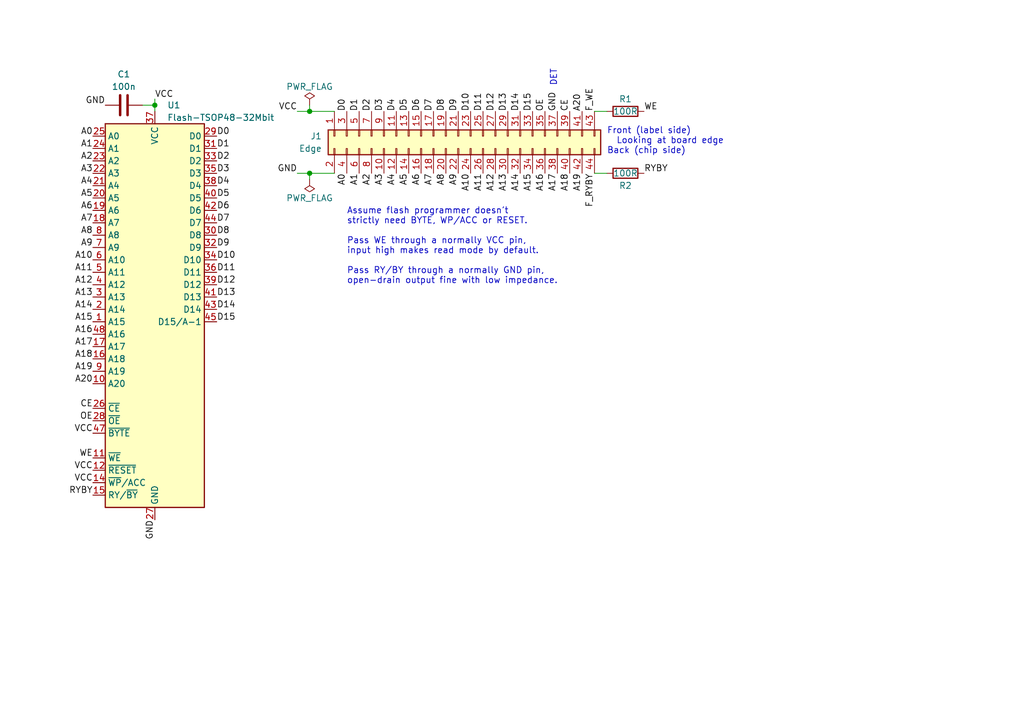
<source format=kicad_sch>
(kicad_sch (version 20230121) (generator eeschema)

  (uuid 939b13e1-9e7b-4227-8e2f-873544ba0a76)

  (paper "A5")

  (lib_symbols
    (symbol "CartParts:Flash-TSOP48-32Mbit" (in_bom yes) (on_board yes)
      (property "Reference" "U" (at 2.54 43.18 0)
        (effects (font (size 1.27 1.27)) (justify left))
      )
      (property "Value" "Flash-TSOP48-32Mbit" (at 2.54 40.64 0)
        (effects (font (size 1.27 1.27)) (justify left))
      )
      (property "Footprint" "Package_SO:TSOP-I-48_18.4x12mm_P0.5mm" (at 19.05 46.99 0)
        (effects (font (size 1.27 1.27)) hide)
      )
      (property "Datasheet" "" (at 19.05 46.99 0)
        (effects (font (size 1.27 1.27)) hide)
      )
      (symbol "Flash-TSOP48-32Mbit_1_1"
        (rectangle (start -10.16 39.37) (end 10.16 -39.37)
          (stroke (width 0.254) (type default))
          (fill (type background))
        )
        (pin input line (at -12.7 -1.27 0) (length 2.54)
          (name "A15" (effects (font (size 1.27 1.27))))
          (number "1" (effects (font (size 1.27 1.27))))
        )
        (pin input line (at -12.7 -13.97 0) (length 2.54)
          (name "A20" (effects (font (size 1.27 1.27))))
          (number "10" (effects (font (size 1.27 1.27))))
        )
        (pin input line (at -12.7 -29.21 0) (length 2.54)
          (name "~{WE}" (effects (font (size 1.27 1.27))))
          (number "11" (effects (font (size 1.27 1.27))))
        )
        (pin input line (at -12.7 -31.75 0) (length 2.54)
          (name "~{RESET}" (effects (font (size 1.27 1.27))))
          (number "12" (effects (font (size 1.27 1.27))))
        )
        (pin input line (at -12.7 -34.29 0) (length 2.54)
          (name "~{WP}/ACC" (effects (font (size 1.27 1.27))))
          (number "14" (effects (font (size 1.27 1.27))))
        )
        (pin open_collector line (at -12.7 -36.83 0) (length 2.54)
          (name "RY/~{BY}" (effects (font (size 1.27 1.27))))
          (number "15" (effects (font (size 1.27 1.27))))
        )
        (pin input line (at -12.7 -8.89 0) (length 2.54)
          (name "A18" (effects (font (size 1.27 1.27))))
          (number "16" (effects (font (size 1.27 1.27))))
        )
        (pin input line (at -12.7 -6.35 0) (length 2.54)
          (name "A17" (effects (font (size 1.27 1.27))))
          (number "17" (effects (font (size 1.27 1.27))))
        )
        (pin input line (at -12.7 19.05 0) (length 2.54)
          (name "A7" (effects (font (size 1.27 1.27))))
          (number "18" (effects (font (size 1.27 1.27))))
        )
        (pin input line (at -12.7 21.59 0) (length 2.54)
          (name "A6" (effects (font (size 1.27 1.27))))
          (number "19" (effects (font (size 1.27 1.27))))
        )
        (pin input line (at -12.7 1.27 0) (length 2.54)
          (name "A14" (effects (font (size 1.27 1.27))))
          (number "2" (effects (font (size 1.27 1.27))))
        )
        (pin input line (at -12.7 24.13 0) (length 2.54)
          (name "A5" (effects (font (size 1.27 1.27))))
          (number "20" (effects (font (size 1.27 1.27))))
        )
        (pin input line (at -12.7 26.67 0) (length 2.54)
          (name "A4" (effects (font (size 1.27 1.27))))
          (number "21" (effects (font (size 1.27 1.27))))
        )
        (pin input line (at -12.7 29.21 0) (length 2.54)
          (name "A3" (effects (font (size 1.27 1.27))))
          (number "22" (effects (font (size 1.27 1.27))))
        )
        (pin input line (at -12.7 31.75 0) (length 2.54)
          (name "A2" (effects (font (size 1.27 1.27))))
          (number "23" (effects (font (size 1.27 1.27))))
        )
        (pin input line (at -12.7 34.29 0) (length 2.54)
          (name "A1" (effects (font (size 1.27 1.27))))
          (number "24" (effects (font (size 1.27 1.27))))
        )
        (pin input line (at -12.7 36.83 0) (length 2.54)
          (name "A0" (effects (font (size 1.27 1.27))))
          (number "25" (effects (font (size 1.27 1.27))))
        )
        (pin input line (at -12.7 -19.05 0) (length 2.54)
          (name "~{CE}" (effects (font (size 1.27 1.27))))
          (number "26" (effects (font (size 1.27 1.27))))
        )
        (pin power_in line (at 0 -41.91 90) (length 2.54)
          (name "GND" (effects (font (size 1.27 1.27))))
          (number "27" (effects (font (size 1.27 1.27))))
        )
        (pin input line (at -12.7 -21.59 0) (length 2.54)
          (name "~{OE}" (effects (font (size 1.27 1.27))))
          (number "28" (effects (font (size 1.27 1.27))))
        )
        (pin output line (at 12.7 36.83 180) (length 2.54)
          (name "D0" (effects (font (size 1.27 1.27))))
          (number "29" (effects (font (size 1.27 1.27))))
        )
        (pin input line (at -12.7 3.81 0) (length 2.54)
          (name "A13" (effects (font (size 1.27 1.27))))
          (number "3" (effects (font (size 1.27 1.27))))
        )
        (pin output line (at 12.7 16.51 180) (length 2.54)
          (name "D8" (effects (font (size 1.27 1.27))))
          (number "30" (effects (font (size 1.27 1.27))))
        )
        (pin output line (at 12.7 34.29 180) (length 2.54)
          (name "D1" (effects (font (size 1.27 1.27))))
          (number "31" (effects (font (size 1.27 1.27))))
        )
        (pin output line (at 12.7 13.97 180) (length 2.54)
          (name "D9" (effects (font (size 1.27 1.27))))
          (number "32" (effects (font (size 1.27 1.27))))
        )
        (pin output line (at 12.7 31.75 180) (length 2.54)
          (name "D2" (effects (font (size 1.27 1.27))))
          (number "33" (effects (font (size 1.27 1.27))))
        )
        (pin output line (at 12.7 11.43 180) (length 2.54)
          (name "D10" (effects (font (size 1.27 1.27))))
          (number "34" (effects (font (size 1.27 1.27))))
        )
        (pin output line (at 12.7 29.21 180) (length 2.54)
          (name "D3" (effects (font (size 1.27 1.27))))
          (number "35" (effects (font (size 1.27 1.27))))
        )
        (pin output line (at 12.7 8.89 180) (length 2.54)
          (name "D11" (effects (font (size 1.27 1.27))))
          (number "36" (effects (font (size 1.27 1.27))))
        )
        (pin power_in line (at 0 41.91 270) (length 2.54)
          (name "VCC" (effects (font (size 1.27 1.27))))
          (number "37" (effects (font (size 1.27 1.27))))
        )
        (pin output line (at 12.7 26.67 180) (length 2.54)
          (name "D4" (effects (font (size 1.27 1.27))))
          (number "38" (effects (font (size 1.27 1.27))))
        )
        (pin output line (at 12.7 6.35 180) (length 2.54)
          (name "D12" (effects (font (size 1.27 1.27))))
          (number "39" (effects (font (size 1.27 1.27))))
        )
        (pin input line (at -12.7 6.35 0) (length 2.54)
          (name "A12" (effects (font (size 1.27 1.27))))
          (number "4" (effects (font (size 1.27 1.27))))
        )
        (pin output line (at 12.7 24.13 180) (length 2.54)
          (name "D5" (effects (font (size 1.27 1.27))))
          (number "40" (effects (font (size 1.27 1.27))))
        )
        (pin output line (at 12.7 3.81 180) (length 2.54)
          (name "D13" (effects (font (size 1.27 1.27))))
          (number "41" (effects (font (size 1.27 1.27))))
        )
        (pin output line (at 12.7 21.59 180) (length 2.54)
          (name "D6" (effects (font (size 1.27 1.27))))
          (number "42" (effects (font (size 1.27 1.27))))
        )
        (pin output line (at 12.7 1.27 180) (length 2.54)
          (name "D14" (effects (font (size 1.27 1.27))))
          (number "43" (effects (font (size 1.27 1.27))))
        )
        (pin output line (at 12.7 19.05 180) (length 2.54)
          (name "D7" (effects (font (size 1.27 1.27))))
          (number "44" (effects (font (size 1.27 1.27))))
        )
        (pin output line (at 12.7 -1.27 180) (length 2.54)
          (name "D15/A-1" (effects (font (size 1.27 1.27))))
          (number "45" (effects (font (size 1.27 1.27))))
        )
        (pin passive line (at 0 -41.91 90) (length 2.54) hide
          (name "GND" (effects (font (size 1.27 1.27))))
          (number "46" (effects (font (size 1.27 1.27))))
        )
        (pin input line (at -12.7 -24.13 0) (length 2.54)
          (name "~{BYTE}" (effects (font (size 1.27 1.27))))
          (number "47" (effects (font (size 1.27 1.27))))
        )
        (pin input line (at -12.7 -3.81 0) (length 2.54)
          (name "A16" (effects (font (size 1.27 1.27))))
          (number "48" (effects (font (size 1.27 1.27))))
        )
        (pin input line (at -12.7 8.89 0) (length 2.54)
          (name "A11" (effects (font (size 1.27 1.27))))
          (number "5" (effects (font (size 1.27 1.27))))
        )
        (pin input line (at -12.7 11.43 0) (length 2.54)
          (name "A10" (effects (font (size 1.27 1.27))))
          (number "6" (effects (font (size 1.27 1.27))))
        )
        (pin input line (at -12.7 13.97 0) (length 2.54)
          (name "A9" (effects (font (size 1.27 1.27))))
          (number "7" (effects (font (size 1.27 1.27))))
        )
        (pin input line (at -12.7 16.51 0) (length 2.54)
          (name "A8" (effects (font (size 1.27 1.27))))
          (number "8" (effects (font (size 1.27 1.27))))
        )
        (pin input line (at -12.7 -11.43 0) (length 2.54)
          (name "A19" (effects (font (size 1.27 1.27))))
          (number "9" (effects (font (size 1.27 1.27))))
        )
      )
    )
    (symbol "Connector_Generic:Conn_02x22_Odd_Even" (pin_names (offset 1.016) hide) (in_bom yes) (on_board yes)
      (property "Reference" "J" (at 1.27 27.94 0)
        (effects (font (size 1.27 1.27)))
      )
      (property "Value" "Conn_02x22_Odd_Even" (at 1.27 -30.48 0)
        (effects (font (size 1.27 1.27)))
      )
      (property "Footprint" "" (at 0 0 0)
        (effects (font (size 1.27 1.27)) hide)
      )
      (property "Datasheet" "~" (at 0 0 0)
        (effects (font (size 1.27 1.27)) hide)
      )
      (property "ki_keywords" "connector" (at 0 0 0)
        (effects (font (size 1.27 1.27)) hide)
      )
      (property "ki_description" "Generic connector, double row, 02x22, odd/even pin numbering scheme (row 1 odd numbers, row 2 even numbers), script generated (kicad-library-utils/schlib/autogen/connector/)" (at 0 0 0)
        (effects (font (size 1.27 1.27)) hide)
      )
      (property "ki_fp_filters" "Connector*:*_2x??_*" (at 0 0 0)
        (effects (font (size 1.27 1.27)) hide)
      )
      (symbol "Conn_02x22_Odd_Even_1_1"
        (rectangle (start -1.27 -27.813) (end 0 -28.067)
          (stroke (width 0.1524) (type default))
          (fill (type none))
        )
        (rectangle (start -1.27 -25.273) (end 0 -25.527)
          (stroke (width 0.1524) (type default))
          (fill (type none))
        )
        (rectangle (start -1.27 -22.733) (end 0 -22.987)
          (stroke (width 0.1524) (type default))
          (fill (type none))
        )
        (rectangle (start -1.27 -20.193) (end 0 -20.447)
          (stroke (width 0.1524) (type default))
          (fill (type none))
        )
        (rectangle (start -1.27 -17.653) (end 0 -17.907)
          (stroke (width 0.1524) (type default))
          (fill (type none))
        )
        (rectangle (start -1.27 -15.113) (end 0 -15.367)
          (stroke (width 0.1524) (type default))
          (fill (type none))
        )
        (rectangle (start -1.27 -12.573) (end 0 -12.827)
          (stroke (width 0.1524) (type default))
          (fill (type none))
        )
        (rectangle (start -1.27 -10.033) (end 0 -10.287)
          (stroke (width 0.1524) (type default))
          (fill (type none))
        )
        (rectangle (start -1.27 -7.493) (end 0 -7.747)
          (stroke (width 0.1524) (type default))
          (fill (type none))
        )
        (rectangle (start -1.27 -4.953) (end 0 -5.207)
          (stroke (width 0.1524) (type default))
          (fill (type none))
        )
        (rectangle (start -1.27 -2.413) (end 0 -2.667)
          (stroke (width 0.1524) (type default))
          (fill (type none))
        )
        (rectangle (start -1.27 0.127) (end 0 -0.127)
          (stroke (width 0.1524) (type default))
          (fill (type none))
        )
        (rectangle (start -1.27 2.667) (end 0 2.413)
          (stroke (width 0.1524) (type default))
          (fill (type none))
        )
        (rectangle (start -1.27 5.207) (end 0 4.953)
          (stroke (width 0.1524) (type default))
          (fill (type none))
        )
        (rectangle (start -1.27 7.747) (end 0 7.493)
          (stroke (width 0.1524) (type default))
          (fill (type none))
        )
        (rectangle (start -1.27 10.287) (end 0 10.033)
          (stroke (width 0.1524) (type default))
          (fill (type none))
        )
        (rectangle (start -1.27 12.827) (end 0 12.573)
          (stroke (width 0.1524) (type default))
          (fill (type none))
        )
        (rectangle (start -1.27 15.367) (end 0 15.113)
          (stroke (width 0.1524) (type default))
          (fill (type none))
        )
        (rectangle (start -1.27 17.907) (end 0 17.653)
          (stroke (width 0.1524) (type default))
          (fill (type none))
        )
        (rectangle (start -1.27 20.447) (end 0 20.193)
          (stroke (width 0.1524) (type default))
          (fill (type none))
        )
        (rectangle (start -1.27 22.987) (end 0 22.733)
          (stroke (width 0.1524) (type default))
          (fill (type none))
        )
        (rectangle (start -1.27 25.527) (end 0 25.273)
          (stroke (width 0.1524) (type default))
          (fill (type none))
        )
        (rectangle (start -1.27 26.67) (end 3.81 -29.21)
          (stroke (width 0.254) (type default))
          (fill (type background))
        )
        (rectangle (start 3.81 -27.813) (end 2.54 -28.067)
          (stroke (width 0.1524) (type default))
          (fill (type none))
        )
        (rectangle (start 3.81 -25.273) (end 2.54 -25.527)
          (stroke (width 0.1524) (type default))
          (fill (type none))
        )
        (rectangle (start 3.81 -22.733) (end 2.54 -22.987)
          (stroke (width 0.1524) (type default))
          (fill (type none))
        )
        (rectangle (start 3.81 -20.193) (end 2.54 -20.447)
          (stroke (width 0.1524) (type default))
          (fill (type none))
        )
        (rectangle (start 3.81 -17.653) (end 2.54 -17.907)
          (stroke (width 0.1524) (type default))
          (fill (type none))
        )
        (rectangle (start 3.81 -15.113) (end 2.54 -15.367)
          (stroke (width 0.1524) (type default))
          (fill (type none))
        )
        (rectangle (start 3.81 -12.573) (end 2.54 -12.827)
          (stroke (width 0.1524) (type default))
          (fill (type none))
        )
        (rectangle (start 3.81 -10.033) (end 2.54 -10.287)
          (stroke (width 0.1524) (type default))
          (fill (type none))
        )
        (rectangle (start 3.81 -7.493) (end 2.54 -7.747)
          (stroke (width 0.1524) (type default))
          (fill (type none))
        )
        (rectangle (start 3.81 -4.953) (end 2.54 -5.207)
          (stroke (width 0.1524) (type default))
          (fill (type none))
        )
        (rectangle (start 3.81 -2.413) (end 2.54 -2.667)
          (stroke (width 0.1524) (type default))
          (fill (type none))
        )
        (rectangle (start 3.81 0.127) (end 2.54 -0.127)
          (stroke (width 0.1524) (type default))
          (fill (type none))
        )
        (rectangle (start 3.81 2.667) (end 2.54 2.413)
          (stroke (width 0.1524) (type default))
          (fill (type none))
        )
        (rectangle (start 3.81 5.207) (end 2.54 4.953)
          (stroke (width 0.1524) (type default))
          (fill (type none))
        )
        (rectangle (start 3.81 7.747) (end 2.54 7.493)
          (stroke (width 0.1524) (type default))
          (fill (type none))
        )
        (rectangle (start 3.81 10.287) (end 2.54 10.033)
          (stroke (width 0.1524) (type default))
          (fill (type none))
        )
        (rectangle (start 3.81 12.827) (end 2.54 12.573)
          (stroke (width 0.1524) (type default))
          (fill (type none))
        )
        (rectangle (start 3.81 15.367) (end 2.54 15.113)
          (stroke (width 0.1524) (type default))
          (fill (type none))
        )
        (rectangle (start 3.81 17.907) (end 2.54 17.653)
          (stroke (width 0.1524) (type default))
          (fill (type none))
        )
        (rectangle (start 3.81 20.447) (end 2.54 20.193)
          (stroke (width 0.1524) (type default))
          (fill (type none))
        )
        (rectangle (start 3.81 22.987) (end 2.54 22.733)
          (stroke (width 0.1524) (type default))
          (fill (type none))
        )
        (rectangle (start 3.81 25.527) (end 2.54 25.273)
          (stroke (width 0.1524) (type default))
          (fill (type none))
        )
        (pin passive line (at -5.08 25.4 0) (length 3.81)
          (name "Pin_1" (effects (font (size 1.27 1.27))))
          (number "1" (effects (font (size 1.27 1.27))))
        )
        (pin passive line (at 7.62 15.24 180) (length 3.81)
          (name "Pin_10" (effects (font (size 1.27 1.27))))
          (number "10" (effects (font (size 1.27 1.27))))
        )
        (pin passive line (at -5.08 12.7 0) (length 3.81)
          (name "Pin_11" (effects (font (size 1.27 1.27))))
          (number "11" (effects (font (size 1.27 1.27))))
        )
        (pin passive line (at 7.62 12.7 180) (length 3.81)
          (name "Pin_12" (effects (font (size 1.27 1.27))))
          (number "12" (effects (font (size 1.27 1.27))))
        )
        (pin passive line (at -5.08 10.16 0) (length 3.81)
          (name "Pin_13" (effects (font (size 1.27 1.27))))
          (number "13" (effects (font (size 1.27 1.27))))
        )
        (pin passive line (at 7.62 10.16 180) (length 3.81)
          (name "Pin_14" (effects (font (size 1.27 1.27))))
          (number "14" (effects (font (size 1.27 1.27))))
        )
        (pin passive line (at -5.08 7.62 0) (length 3.81)
          (name "Pin_15" (effects (font (size 1.27 1.27))))
          (number "15" (effects (font (size 1.27 1.27))))
        )
        (pin passive line (at 7.62 7.62 180) (length 3.81)
          (name "Pin_16" (effects (font (size 1.27 1.27))))
          (number "16" (effects (font (size 1.27 1.27))))
        )
        (pin passive line (at -5.08 5.08 0) (length 3.81)
          (name "Pin_17" (effects (font (size 1.27 1.27))))
          (number "17" (effects (font (size 1.27 1.27))))
        )
        (pin passive line (at 7.62 5.08 180) (length 3.81)
          (name "Pin_18" (effects (font (size 1.27 1.27))))
          (number "18" (effects (font (size 1.27 1.27))))
        )
        (pin passive line (at -5.08 2.54 0) (length 3.81)
          (name "Pin_19" (effects (font (size 1.27 1.27))))
          (number "19" (effects (font (size 1.27 1.27))))
        )
        (pin passive line (at 7.62 25.4 180) (length 3.81)
          (name "Pin_2" (effects (font (size 1.27 1.27))))
          (number "2" (effects (font (size 1.27 1.27))))
        )
        (pin passive line (at 7.62 2.54 180) (length 3.81)
          (name "Pin_20" (effects (font (size 1.27 1.27))))
          (number "20" (effects (font (size 1.27 1.27))))
        )
        (pin passive line (at -5.08 0 0) (length 3.81)
          (name "Pin_21" (effects (font (size 1.27 1.27))))
          (number "21" (effects (font (size 1.27 1.27))))
        )
        (pin passive line (at 7.62 0 180) (length 3.81)
          (name "Pin_22" (effects (font (size 1.27 1.27))))
          (number "22" (effects (font (size 1.27 1.27))))
        )
        (pin passive line (at -5.08 -2.54 0) (length 3.81)
          (name "Pin_23" (effects (font (size 1.27 1.27))))
          (number "23" (effects (font (size 1.27 1.27))))
        )
        (pin passive line (at 7.62 -2.54 180) (length 3.81)
          (name "Pin_24" (effects (font (size 1.27 1.27))))
          (number "24" (effects (font (size 1.27 1.27))))
        )
        (pin passive line (at -5.08 -5.08 0) (length 3.81)
          (name "Pin_25" (effects (font (size 1.27 1.27))))
          (number "25" (effects (font (size 1.27 1.27))))
        )
        (pin passive line (at 7.62 -5.08 180) (length 3.81)
          (name "Pin_26" (effects (font (size 1.27 1.27))))
          (number "26" (effects (font (size 1.27 1.27))))
        )
        (pin passive line (at -5.08 -7.62 0) (length 3.81)
          (name "Pin_27" (effects (font (size 1.27 1.27))))
          (number "27" (effects (font (size 1.27 1.27))))
        )
        (pin passive line (at 7.62 -7.62 180) (length 3.81)
          (name "Pin_28" (effects (font (size 1.27 1.27))))
          (number "28" (effects (font (size 1.27 1.27))))
        )
        (pin passive line (at -5.08 -10.16 0) (length 3.81)
          (name "Pin_29" (effects (font (size 1.27 1.27))))
          (number "29" (effects (font (size 1.27 1.27))))
        )
        (pin passive line (at -5.08 22.86 0) (length 3.81)
          (name "Pin_3" (effects (font (size 1.27 1.27))))
          (number "3" (effects (font (size 1.27 1.27))))
        )
        (pin passive line (at 7.62 -10.16 180) (length 3.81)
          (name "Pin_30" (effects (font (size 1.27 1.27))))
          (number "30" (effects (font (size 1.27 1.27))))
        )
        (pin passive line (at -5.08 -12.7 0) (length 3.81)
          (name "Pin_31" (effects (font (size 1.27 1.27))))
          (number "31" (effects (font (size 1.27 1.27))))
        )
        (pin passive line (at 7.62 -12.7 180) (length 3.81)
          (name "Pin_32" (effects (font (size 1.27 1.27))))
          (number "32" (effects (font (size 1.27 1.27))))
        )
        (pin passive line (at -5.08 -15.24 0) (length 3.81)
          (name "Pin_33" (effects (font (size 1.27 1.27))))
          (number "33" (effects (font (size 1.27 1.27))))
        )
        (pin passive line (at 7.62 -15.24 180) (length 3.81)
          (name "Pin_34" (effects (font (size 1.27 1.27))))
          (number "34" (effects (font (size 1.27 1.27))))
        )
        (pin passive line (at -5.08 -17.78 0) (length 3.81)
          (name "Pin_35" (effects (font (size 1.27 1.27))))
          (number "35" (effects (font (size 1.27 1.27))))
        )
        (pin passive line (at 7.62 -17.78 180) (length 3.81)
          (name "Pin_36" (effects (font (size 1.27 1.27))))
          (number "36" (effects (font (size 1.27 1.27))))
        )
        (pin passive line (at -5.08 -20.32 0) (length 3.81)
          (name "Pin_37" (effects (font (size 1.27 1.27))))
          (number "37" (effects (font (size 1.27 1.27))))
        )
        (pin passive line (at 7.62 -20.32 180) (length 3.81)
          (name "Pin_38" (effects (font (size 1.27 1.27))))
          (number "38" (effects (font (size 1.27 1.27))))
        )
        (pin passive line (at -5.08 -22.86 0) (length 3.81)
          (name "Pin_39" (effects (font (size 1.27 1.27))))
          (number "39" (effects (font (size 1.27 1.27))))
        )
        (pin passive line (at 7.62 22.86 180) (length 3.81)
          (name "Pin_4" (effects (font (size 1.27 1.27))))
          (number "4" (effects (font (size 1.27 1.27))))
        )
        (pin passive line (at 7.62 -22.86 180) (length 3.81)
          (name "Pin_40" (effects (font (size 1.27 1.27))))
          (number "40" (effects (font (size 1.27 1.27))))
        )
        (pin passive line (at -5.08 -25.4 0) (length 3.81)
          (name "Pin_41" (effects (font (size 1.27 1.27))))
          (number "41" (effects (font (size 1.27 1.27))))
        )
        (pin passive line (at 7.62 -25.4 180) (length 3.81)
          (name "Pin_42" (effects (font (size 1.27 1.27))))
          (number "42" (effects (font (size 1.27 1.27))))
        )
        (pin passive line (at -5.08 -27.94 0) (length 3.81)
          (name "Pin_43" (effects (font (size 1.27 1.27))))
          (number "43" (effects (font (size 1.27 1.27))))
        )
        (pin passive line (at 7.62 -27.94 180) (length 3.81)
          (name "Pin_44" (effects (font (size 1.27 1.27))))
          (number "44" (effects (font (size 1.27 1.27))))
        )
        (pin passive line (at -5.08 20.32 0) (length 3.81)
          (name "Pin_5" (effects (font (size 1.27 1.27))))
          (number "5" (effects (font (size 1.27 1.27))))
        )
        (pin passive line (at 7.62 20.32 180) (length 3.81)
          (name "Pin_6" (effects (font (size 1.27 1.27))))
          (number "6" (effects (font (size 1.27 1.27))))
        )
        (pin passive line (at -5.08 17.78 0) (length 3.81)
          (name "Pin_7" (effects (font (size 1.27 1.27))))
          (number "7" (effects (font (size 1.27 1.27))))
        )
        (pin passive line (at 7.62 17.78 180) (length 3.81)
          (name "Pin_8" (effects (font (size 1.27 1.27))))
          (number "8" (effects (font (size 1.27 1.27))))
        )
        (pin passive line (at -5.08 15.24 0) (length 3.81)
          (name "Pin_9" (effects (font (size 1.27 1.27))))
          (number "9" (effects (font (size 1.27 1.27))))
        )
      )
    )
    (symbol "Device:C" (pin_numbers hide) (pin_names (offset 0.254)) (in_bom yes) (on_board yes)
      (property "Reference" "C" (at 0.635 2.54 0)
        (effects (font (size 1.27 1.27)) (justify left))
      )
      (property "Value" "C" (at 0.635 -2.54 0)
        (effects (font (size 1.27 1.27)) (justify left))
      )
      (property "Footprint" "" (at 0.9652 -3.81 0)
        (effects (font (size 1.27 1.27)) hide)
      )
      (property "Datasheet" "~" (at 0 0 0)
        (effects (font (size 1.27 1.27)) hide)
      )
      (property "ki_keywords" "cap capacitor" (at 0 0 0)
        (effects (font (size 1.27 1.27)) hide)
      )
      (property "ki_description" "Unpolarized capacitor" (at 0 0 0)
        (effects (font (size 1.27 1.27)) hide)
      )
      (property "ki_fp_filters" "C_*" (at 0 0 0)
        (effects (font (size 1.27 1.27)) hide)
      )
      (symbol "C_0_1"
        (polyline
          (pts
            (xy -2.032 -0.762)
            (xy 2.032 -0.762)
          )
          (stroke (width 0.508) (type default))
          (fill (type none))
        )
        (polyline
          (pts
            (xy -2.032 0.762)
            (xy 2.032 0.762)
          )
          (stroke (width 0.508) (type default))
          (fill (type none))
        )
      )
      (symbol "C_1_1"
        (pin passive line (at 0 3.81 270) (length 2.794)
          (name "~" (effects (font (size 1.27 1.27))))
          (number "1" (effects (font (size 1.27 1.27))))
        )
        (pin passive line (at 0 -3.81 90) (length 2.794)
          (name "~" (effects (font (size 1.27 1.27))))
          (number "2" (effects (font (size 1.27 1.27))))
        )
      )
    )
    (symbol "Device:R" (pin_numbers hide) (pin_names (offset 0)) (in_bom yes) (on_board yes)
      (property "Reference" "R" (at 2.032 0 90)
        (effects (font (size 1.27 1.27)))
      )
      (property "Value" "R" (at 0 0 90)
        (effects (font (size 1.27 1.27)))
      )
      (property "Footprint" "" (at -1.778 0 90)
        (effects (font (size 1.27 1.27)) hide)
      )
      (property "Datasheet" "~" (at 0 0 0)
        (effects (font (size 1.27 1.27)) hide)
      )
      (property "ki_keywords" "R res resistor" (at 0 0 0)
        (effects (font (size 1.27 1.27)) hide)
      )
      (property "ki_description" "Resistor" (at 0 0 0)
        (effects (font (size 1.27 1.27)) hide)
      )
      (property "ki_fp_filters" "R_*" (at 0 0 0)
        (effects (font (size 1.27 1.27)) hide)
      )
      (symbol "R_0_1"
        (rectangle (start -1.016 -2.54) (end 1.016 2.54)
          (stroke (width 0.254) (type default))
          (fill (type none))
        )
      )
      (symbol "R_1_1"
        (pin passive line (at 0 3.81 270) (length 1.27)
          (name "~" (effects (font (size 1.27 1.27))))
          (number "1" (effects (font (size 1.27 1.27))))
        )
        (pin passive line (at 0 -3.81 90) (length 1.27)
          (name "~" (effects (font (size 1.27 1.27))))
          (number "2" (effects (font (size 1.27 1.27))))
        )
      )
    )
    (symbol "power:PWR_FLAG" (power) (pin_numbers hide) (pin_names (offset 0) hide) (in_bom yes) (on_board yes)
      (property "Reference" "#FLG" (at 0 1.905 0)
        (effects (font (size 1.27 1.27)) hide)
      )
      (property "Value" "PWR_FLAG" (at 0 3.81 0)
        (effects (font (size 1.27 1.27)))
      )
      (property "Footprint" "" (at 0 0 0)
        (effects (font (size 1.27 1.27)) hide)
      )
      (property "Datasheet" "~" (at 0 0 0)
        (effects (font (size 1.27 1.27)) hide)
      )
      (property "ki_keywords" "flag power" (at 0 0 0)
        (effects (font (size 1.27 1.27)) hide)
      )
      (property "ki_description" "Special symbol for telling ERC where power comes from" (at 0 0 0)
        (effects (font (size 1.27 1.27)) hide)
      )
      (symbol "PWR_FLAG_0_0"
        (pin power_out line (at 0 0 90) (length 0)
          (name "pwr" (effects (font (size 1.27 1.27))))
          (number "1" (effects (font (size 1.27 1.27))))
        )
      )
      (symbol "PWR_FLAG_0_1"
        (polyline
          (pts
            (xy 0 0)
            (xy 0 1.27)
            (xy -1.016 1.905)
            (xy 0 2.54)
            (xy 1.016 1.905)
            (xy 0 1.27)
          )
          (stroke (width 0) (type default))
          (fill (type none))
        )
      )
    )
  )

  (junction (at 63.5 35.56) (diameter 0) (color 0 0 0 0)
    (uuid 21d040cc-82e0-4018-bf25-d0a942d23d8c)
  )
  (junction (at 31.75 21.59) (diameter 0) (color 0 0 0 0)
    (uuid ad580813-62a0-48cd-a362-004eaab66226)
  )
  (junction (at 63.5 22.86) (diameter 0) (color 0 0 0 0)
    (uuid b13eec0c-cbec-48ff-b449-be81c1a11934)
  )

  (wire (pts (xy 63.5 35.56) (xy 68.58 35.56))
    (stroke (width 0) (type default))
    (uuid 0effbdb1-9ed1-4ee6-8a0a-f70cda05b267)
  )
  (wire (pts (xy 60.96 35.56) (xy 63.5 35.56))
    (stroke (width 0) (type default))
    (uuid 1239197d-43ba-427c-91a7-04698035289c)
  )
  (wire (pts (xy 121.92 22.86) (xy 124.46 22.86))
    (stroke (width 0) (type default))
    (uuid 15910406-e04f-41e2-855f-a801422db5e3)
  )
  (wire (pts (xy 63.5 22.86) (xy 68.58 22.86))
    (stroke (width 0) (type default))
    (uuid 19180054-54c4-4eb6-b71b-6f4d8f2844ab)
  )
  (wire (pts (xy 63.5 36.83) (xy 63.5 35.56))
    (stroke (width 0) (type default))
    (uuid 216ddd59-5fab-4ddb-841f-259fe17e8d91)
  )
  (wire (pts (xy 121.92 35.56) (xy 124.46 35.56))
    (stroke (width 0) (type default))
    (uuid 23c2e75f-0b42-4351-832d-2573c9057b52)
  )
  (wire (pts (xy 31.75 21.59) (xy 29.21 21.59))
    (stroke (width 0) (type default))
    (uuid 32b8c456-22f2-449c-83ce-3c03911d3481)
  )
  (wire (pts (xy 31.75 20.32) (xy 31.75 21.59))
    (stroke (width 0) (type default))
    (uuid 7526ec70-2d9c-4dfe-bd90-3d19289b414a)
  )
  (wire (pts (xy 60.96 22.86) (xy 63.5 22.86))
    (stroke (width 0) (type default))
    (uuid 849fb977-bc20-4771-9ef0-c44fd9d9bbb4)
  )
  (wire (pts (xy 31.75 21.59) (xy 31.75 22.86))
    (stroke (width 0) (type default))
    (uuid e40794d6-ffde-4e1c-bc9f-d3e41eb92387)
  )
  (wire (pts (xy 63.5 21.59) (xy 63.5 22.86))
    (stroke (width 0) (type default))
    (uuid f72679f4-57d2-4f57-9e05-6f509c87302e)
  )

  (text "Assume flash programmer doesn't\nstrictly need BYTE, WP/ACC or RESET.\n\nPass WE through a normally VCC pin,\ninput high makes read mode by default.\n\nPass RY/BY through a normally GND pin,\nopen-drain output fine with low impedance."
    (at 71.12 58.42 0)
    (effects (font (size 1.27 1.27)) (justify left bottom))
    (uuid 6cfc35d7-5ef3-4ef3-a240-0d2c8d239ce3)
  )
  (text "DET" (at 114.3 17.78 90)
    (effects (font (size 1.27 1.27)) (justify left bottom))
    (uuid 746cc1a8-51c4-46a9-9288-a8865e5d5f40)
  )
  (text "Front (label side)\n  Looking at board edge\nBack (chip side)"
    (at 124.46 31.75 0)
    (effects (font (size 1.27 1.27)) (justify left bottom))
    (uuid e86871ea-5bb7-40c2-9b53-596cfedd76ed)
  )

  (label "D15" (at 44.45 66.04 0) (fields_autoplaced)
    (effects (font (size 1.27 1.27)) (justify left bottom))
    (uuid 007577e2-3afb-479a-9f73-8c4ef6c4f371)
  )
  (label "D3" (at 78.74 22.86 90) (fields_autoplaced)
    (effects (font (size 1.27 1.27)) (justify left bottom))
    (uuid 03c5a766-82dd-413a-a4c3-d97b6ff2723c)
  )
  (label "D8" (at 91.44 22.86 90) (fields_autoplaced)
    (effects (font (size 1.27 1.27)) (justify left bottom))
    (uuid 06553e41-0143-4e8c-9ddc-1760f92677cb)
  )
  (label "A1" (at 73.66 35.56 270) (fields_autoplaced)
    (effects (font (size 1.27 1.27)) (justify right bottom))
    (uuid 06625d71-8572-486e-bc2a-c2c5b4fa9b32)
  )
  (label "A20" (at 119.38 22.86 90) (fields_autoplaced)
    (effects (font (size 1.27 1.27)) (justify left bottom))
    (uuid 070f071d-ef5e-49d2-83bc-08c2397cd357)
  )
  (label "A3" (at 19.05 35.56 180) (fields_autoplaced)
    (effects (font (size 1.27 1.27)) (justify right bottom))
    (uuid 0a3c71fa-75ba-4e02-8259-a3eb0d92250b)
  )
  (label "D2" (at 76.2 22.86 90) (fields_autoplaced)
    (effects (font (size 1.27 1.27)) (justify left bottom))
    (uuid 0d835743-9579-4ebf-89d4-543f2e0a1190)
  )
  (label "A19" (at 119.38 35.56 270) (fields_autoplaced)
    (effects (font (size 1.27 1.27)) (justify right bottom))
    (uuid 0f1247fb-a35b-4f99-a9e4-e87a5794b646)
  )
  (label "D9" (at 44.45 50.8 0) (fields_autoplaced)
    (effects (font (size 1.27 1.27)) (justify left bottom))
    (uuid 1082d607-d832-470d-8f72-a15e542519e6)
  )
  (label "D8" (at 44.45 48.26 0) (fields_autoplaced)
    (effects (font (size 1.27 1.27)) (justify left bottom))
    (uuid 12aad728-cda5-45f6-8c4e-cce282a5a189)
  )
  (label "D7" (at 88.9 22.86 90) (fields_autoplaced)
    (effects (font (size 1.27 1.27)) (justify left bottom))
    (uuid 153b63e9-2683-4eb3-a502-7b1ed29e6a5b)
  )
  (label "A4" (at 19.05 38.1 180) (fields_autoplaced)
    (effects (font (size 1.27 1.27)) (justify right bottom))
    (uuid 16b4d1a5-1ef9-41ed-b3c7-82e6312234b7)
  )
  (label "A8" (at 91.44 35.56 270) (fields_autoplaced)
    (effects (font (size 1.27 1.27)) (justify right bottom))
    (uuid 1aee2e6f-f5bf-4e57-a5f9-9f23daa4d7f2)
  )
  (label "WE" (at 132.08 22.86 0) (fields_autoplaced)
    (effects (font (size 1.27 1.27)) (justify left bottom))
    (uuid 1d04e759-bf58-4c33-8bf9-6087a56d6b6d)
  )
  (label "D6" (at 44.45 43.18 0) (fields_autoplaced)
    (effects (font (size 1.27 1.27)) (justify left bottom))
    (uuid 1ee3cbc3-704a-4e16-a2d9-849fdac152dc)
  )
  (label "A1" (at 19.05 30.48 180) (fields_autoplaced)
    (effects (font (size 1.27 1.27)) (justify right bottom))
    (uuid 225bd2f3-32c6-4bcd-a1cf-88c473690c08)
  )
  (label "A5" (at 83.82 35.56 270) (fields_autoplaced)
    (effects (font (size 1.27 1.27)) (justify right bottom))
    (uuid 261bbd04-7e20-4fbe-8ca8-6b4ff1213a6a)
  )
  (label "A7" (at 19.05 45.72 180) (fields_autoplaced)
    (effects (font (size 1.27 1.27)) (justify right bottom))
    (uuid 26736ed9-c50f-4b30-bd1b-041f42ac3167)
  )
  (label "D4" (at 81.28 22.86 90) (fields_autoplaced)
    (effects (font (size 1.27 1.27)) (justify left bottom))
    (uuid 27ac2af6-7c58-4ac0-a099-dc77b76739c7)
  )
  (label "A6" (at 19.05 43.18 180) (fields_autoplaced)
    (effects (font (size 1.27 1.27)) (justify right bottom))
    (uuid 2951b7db-5715-41d1-a3c4-956288520b9c)
  )
  (label "D1" (at 73.66 22.86 90) (fields_autoplaced)
    (effects (font (size 1.27 1.27)) (justify left bottom))
    (uuid 2da83bd5-0b32-45bf-8ee9-3acc2abbf44f)
  )
  (label "A12" (at 19.05 58.42 180) (fields_autoplaced)
    (effects (font (size 1.27 1.27)) (justify right bottom))
    (uuid 2f32b570-f182-461a-bd3c-f76b35cd1f35)
  )
  (label "A16" (at 111.76 35.56 270) (fields_autoplaced)
    (effects (font (size 1.27 1.27)) (justify right bottom))
    (uuid 369a5e59-73f1-4ecd-98d6-114112b20011)
  )
  (label "VCC" (at 19.05 99.06 180) (fields_autoplaced)
    (effects (font (size 1.27 1.27)) (justify right bottom))
    (uuid 3a8a5699-4f6e-4f19-8085-fcdfccf49cba)
  )
  (label "A2" (at 19.05 33.02 180) (fields_autoplaced)
    (effects (font (size 1.27 1.27)) (justify right bottom))
    (uuid 3ab0b737-7362-4c27-9232-ece33ab98845)
  )
  (label "GND" (at 60.96 35.56 180) (fields_autoplaced)
    (effects (font (size 1.27 1.27)) (justify right bottom))
    (uuid 3eaeca2f-8a3e-4bf7-936e-0a73b917cb09)
  )
  (label "D10" (at 96.52 22.86 90) (fields_autoplaced)
    (effects (font (size 1.27 1.27)) (justify left bottom))
    (uuid 3fa8ee9b-5348-44f8-b055-8553aa64444d)
  )
  (label "A16" (at 19.05 68.58 180) (fields_autoplaced)
    (effects (font (size 1.27 1.27)) (justify right bottom))
    (uuid 41101096-d91a-4891-9d48-298c03cef77d)
  )
  (label "A19" (at 19.05 76.2 180) (fields_autoplaced)
    (effects (font (size 1.27 1.27)) (justify right bottom))
    (uuid 41fd4db3-a1d7-4a81-8160-9d774e1a3f14)
  )
  (label "A17" (at 114.3 35.56 270) (fields_autoplaced)
    (effects (font (size 1.27 1.27)) (justify right bottom))
    (uuid 425d2c1e-e300-4dc6-b70c-adf259e710c0)
  )
  (label "A5" (at 19.05 40.64 180) (fields_autoplaced)
    (effects (font (size 1.27 1.27)) (justify right bottom))
    (uuid 45388d09-f572-4ed1-95a8-8102c97d179e)
  )
  (label "F_RYBY" (at 121.92 35.56 270) (fields_autoplaced)
    (effects (font (size 1.27 1.27)) (justify right bottom))
    (uuid 4986c39b-c542-4e2c-a547-57084874e244)
  )
  (label "A3" (at 78.74 35.56 270) (fields_autoplaced)
    (effects (font (size 1.27 1.27)) (justify right bottom))
    (uuid 4a5f5645-e9e0-41ab-9484-8f59ff33aaf2)
  )
  (label "A18" (at 19.05 73.66 180) (fields_autoplaced)
    (effects (font (size 1.27 1.27)) (justify right bottom))
    (uuid 4f8ac14c-f0b0-4cd4-97c9-7e755932c79d)
  )
  (label "A13" (at 104.14 35.56 270) (fields_autoplaced)
    (effects (font (size 1.27 1.27)) (justify right bottom))
    (uuid 52bcd422-e434-449b-8475-ccca7cf68473)
  )
  (label "A8" (at 19.05 48.26 180) (fields_autoplaced)
    (effects (font (size 1.27 1.27)) (justify right bottom))
    (uuid 537f213f-6c2b-43b6-a936-354a60ad125c)
  )
  (label "D11" (at 99.06 22.86 90) (fields_autoplaced)
    (effects (font (size 1.27 1.27)) (justify left bottom))
    (uuid 58b90319-0161-46bb-82d0-cd80ba7335bb)
  )
  (label "A13" (at 19.05 60.96 180) (fields_autoplaced)
    (effects (font (size 1.27 1.27)) (justify right bottom))
    (uuid 593e117d-7c46-4eb9-a11e-05208de04c9b)
  )
  (label "D4" (at 44.45 38.1 0) (fields_autoplaced)
    (effects (font (size 1.27 1.27)) (justify left bottom))
    (uuid 5edce337-7b1a-49b7-956b-c8007bbd0aa7)
  )
  (label "A12" (at 101.6 35.56 270) (fields_autoplaced)
    (effects (font (size 1.27 1.27)) (justify right bottom))
    (uuid 605fa8f8-baba-473c-9a10-1f1b5a5a72a7)
  )
  (label "GND" (at 21.59 21.59 180) (fields_autoplaced)
    (effects (font (size 1.27 1.27)) (justify right bottom))
    (uuid 6285a887-da1e-4507-ad5e-2f096c79c710)
  )
  (label "D1" (at 44.45 30.48 0) (fields_autoplaced)
    (effects (font (size 1.27 1.27)) (justify left bottom))
    (uuid 628ced72-ed4c-4096-8cdb-69d503aab360)
  )
  (label "A17" (at 19.05 71.12 180) (fields_autoplaced)
    (effects (font (size 1.27 1.27)) (justify right bottom))
    (uuid 67adc43d-bf3f-4317-9032-ad2d352d11f6)
  )
  (label "A10" (at 96.52 35.56 270) (fields_autoplaced)
    (effects (font (size 1.27 1.27)) (justify right bottom))
    (uuid 699ce19f-edc7-456c-93e7-4c4533bb5ab5)
  )
  (label "D13" (at 104.14 22.86 90) (fields_autoplaced)
    (effects (font (size 1.27 1.27)) (justify left bottom))
    (uuid 6a261b20-8d23-4a15-aa6d-da73130a5a51)
  )
  (label "OE" (at 111.76 22.86 90) (fields_autoplaced)
    (effects (font (size 1.27 1.27)) (justify left bottom))
    (uuid 6a90212c-d5d3-47a3-9275-e9bca85d68e1)
  )
  (label "GND" (at 31.75 106.68 270) (fields_autoplaced)
    (effects (font (size 1.27 1.27)) (justify right bottom))
    (uuid 6cd82d4b-b918-4b96-8d59-564a4aca90a7)
  )
  (label "D13" (at 44.45 60.96 0) (fields_autoplaced)
    (effects (font (size 1.27 1.27)) (justify left bottom))
    (uuid 6dffed0c-6de1-4b48-9062-67d5968e562e)
  )
  (label "A15" (at 19.05 66.04 180) (fields_autoplaced)
    (effects (font (size 1.27 1.27)) (justify right bottom))
    (uuid 7427bf33-16eb-4631-b7f1-3bafe62e8563)
  )
  (label "D14" (at 106.68 22.86 90) (fields_autoplaced)
    (effects (font (size 1.27 1.27)) (justify left bottom))
    (uuid 7536dbaf-332d-4c9d-a342-f65c0926354c)
  )
  (label "OE" (at 19.05 86.36 180) (fields_autoplaced)
    (effects (font (size 1.27 1.27)) (justify right bottom))
    (uuid 7944f8d8-ad09-4404-8a11-dd32b87ca5b2)
  )
  (label "VCC" (at 60.96 22.86 180) (fields_autoplaced)
    (effects (font (size 1.27 1.27)) (justify right bottom))
    (uuid 798292fa-fb0b-4ce1-869e-4c4c1ff05496)
  )
  (label "A4" (at 81.28 35.56 270) (fields_autoplaced)
    (effects (font (size 1.27 1.27)) (justify right bottom))
    (uuid 79a45392-7503-4df2-920b-4536f7524f69)
  )
  (label "D7" (at 44.45 45.72 0) (fields_autoplaced)
    (effects (font (size 1.27 1.27)) (justify left bottom))
    (uuid 7a4271dd-5e54-40d2-a2a7-e4845e26dee6)
  )
  (label "CE" (at 116.84 22.86 90) (fields_autoplaced)
    (effects (font (size 1.27 1.27)) (justify left bottom))
    (uuid 7ade5d9e-d91b-4e40-8741-b9d2f094243e)
  )
  (label "RYBY" (at 19.05 101.6 180) (fields_autoplaced)
    (effects (font (size 1.27 1.27)) (justify right bottom))
    (uuid 83d7b8e7-9ec4-4a0b-8612-c2ad863b0cc2)
  )
  (label "D12" (at 101.6 22.86 90) (fields_autoplaced)
    (effects (font (size 1.27 1.27)) (justify left bottom))
    (uuid 8476a8ff-a15b-4862-a38c-cc621f1e6b6c)
  )
  (label "RYBY" (at 132.08 35.56 0) (fields_autoplaced)
    (effects (font (size 1.27 1.27)) (justify left bottom))
    (uuid 87298072-e249-4e04-90b6-5f44599feb73)
  )
  (label "A14" (at 106.68 35.56 270) (fields_autoplaced)
    (effects (font (size 1.27 1.27)) (justify right bottom))
    (uuid 8b5bd60d-0250-4c3f-b70d-bfcb75eb7386)
  )
  (label "CE" (at 19.05 83.82 180) (fields_autoplaced)
    (effects (font (size 1.27 1.27)) (justify right bottom))
    (uuid 941f1348-4186-4714-b4ad-49e7dca6d637)
  )
  (label "A11" (at 19.05 55.88 180) (fields_autoplaced)
    (effects (font (size 1.27 1.27)) (justify right bottom))
    (uuid a201070b-9c2f-4032-9d39-4d1104b1fa8c)
  )
  (label "D10" (at 44.45 53.34 0) (fields_autoplaced)
    (effects (font (size 1.27 1.27)) (justify left bottom))
    (uuid a4b4d10e-61c6-4b8c-9100-e52cfba0fab3)
  )
  (label "D5" (at 44.45 40.64 0) (fields_autoplaced)
    (effects (font (size 1.27 1.27)) (justify left bottom))
    (uuid a5ba7fe8-b8a2-4610-bc29-a3394d5f9ae7)
  )
  (label "D2" (at 44.45 33.02 0) (fields_autoplaced)
    (effects (font (size 1.27 1.27)) (justify left bottom))
    (uuid a8bb893e-88c3-4ebb-8f31-1508af0a69a2)
  )
  (label "A9" (at 19.05 50.8 180) (fields_autoplaced)
    (effects (font (size 1.27 1.27)) (justify right bottom))
    (uuid ad6f0e25-f9c6-4a74-9d5c-24f32952cc59)
  )
  (label "D12" (at 44.45 58.42 0) (fields_autoplaced)
    (effects (font (size 1.27 1.27)) (justify left bottom))
    (uuid ae2514e4-b2d3-4533-93f5-169eb5c06796)
  )
  (label "A9" (at 93.98 35.56 270) (fields_autoplaced)
    (effects (font (size 1.27 1.27)) (justify right bottom))
    (uuid b0253bb7-d92f-431d-86a5-f80544cce96f)
  )
  (label "VCC" (at 31.75 20.32 0) (fields_autoplaced)
    (effects (font (size 1.27 1.27)) (justify left bottom))
    (uuid b0856f57-085c-49fd-bdf3-f5ca442afa22)
  )
  (label "F_WE" (at 121.92 22.86 90) (fields_autoplaced)
    (effects (font (size 1.27 1.27)) (justify left bottom))
    (uuid be6ddc69-fa3b-4618-bc97-b4b92e5cfe6b)
  )
  (label "A0" (at 71.12 35.56 270) (fields_autoplaced)
    (effects (font (size 1.27 1.27)) (justify right bottom))
    (uuid c0accb74-bfb3-4c85-86a1-5fcc1ca863f7)
  )
  (label "A10" (at 19.05 53.34 180) (fields_autoplaced)
    (effects (font (size 1.27 1.27)) (justify right bottom))
    (uuid c2b0c4c3-fa14-4f35-b0a9-b1914648dd36)
  )
  (label "A20" (at 19.05 78.74 180) (fields_autoplaced)
    (effects (font (size 1.27 1.27)) (justify right bottom))
    (uuid c41558e4-b0c8-4eae-8fa7-9c2ab6ff6636)
  )
  (label "A0" (at 19.05 27.94 180) (fields_autoplaced)
    (effects (font (size 1.27 1.27)) (justify right bottom))
    (uuid c9872dc2-5a47-433c-8ac9-e30afb2a9a1e)
  )
  (label "D5" (at 83.82 22.86 90) (fields_autoplaced)
    (effects (font (size 1.27 1.27)) (justify left bottom))
    (uuid cae7d91b-0b67-4732-989e-918ce8bfa955)
  )
  (label "A7" (at 88.9 35.56 270) (fields_autoplaced)
    (effects (font (size 1.27 1.27)) (justify right bottom))
    (uuid cb4ea4ec-84df-435f-8b33-ad92e769eacf)
  )
  (label "D0" (at 44.45 27.94 0) (fields_autoplaced)
    (effects (font (size 1.27 1.27)) (justify left bottom))
    (uuid cebbcbbd-1bcd-4651-9a9a-b8c11811b96f)
  )
  (label "A2" (at 76.2 35.56 270) (fields_autoplaced)
    (effects (font (size 1.27 1.27)) (justify right bottom))
    (uuid d313f76a-2f0c-4c4b-8f22-bfa76ae50049)
  )
  (label "A11" (at 99.06 35.56 270) (fields_autoplaced)
    (effects (font (size 1.27 1.27)) (justify right bottom))
    (uuid d3316765-8717-49e1-aed5-f885872ec099)
  )
  (label "VCC" (at 19.05 96.52 180) (fields_autoplaced)
    (effects (font (size 1.27 1.27)) (justify right bottom))
    (uuid d35a4ed4-21ed-41d0-b11d-a4dd665c4709)
  )
  (label "D11" (at 44.45 55.88 0) (fields_autoplaced)
    (effects (font (size 1.27 1.27)) (justify left bottom))
    (uuid d9a14ebb-4b18-498d-b95d-dd1f203128a7)
  )
  (label "VCC" (at 19.05 88.9 180) (fields_autoplaced)
    (effects (font (size 1.27 1.27)) (justify right bottom))
    (uuid da904ae0-2092-40ae-bb87-219569166d92)
  )
  (label "D9" (at 93.98 22.86 90) (fields_autoplaced)
    (effects (font (size 1.27 1.27)) (justify left bottom))
    (uuid db2d67ee-ad28-40e2-bbd0-e047b3cc0224)
  )
  (label "D15" (at 109.22 22.86 90) (fields_autoplaced)
    (effects (font (size 1.27 1.27)) (justify left bottom))
    (uuid dc4980ff-54b0-4334-b2fb-bf75ec8581bb)
  )
  (label "D3" (at 44.45 35.56 0) (fields_autoplaced)
    (effects (font (size 1.27 1.27)) (justify left bottom))
    (uuid e13c9aba-0dbb-4b0a-9b9a-564398760c0d)
  )
  (label "A14" (at 19.05 63.5 180) (fields_autoplaced)
    (effects (font (size 1.27 1.27)) (justify right bottom))
    (uuid e2f13c61-1965-4446-b8c2-0cfab96e8d55)
  )
  (label "D14" (at 44.45 63.5 0) (fields_autoplaced)
    (effects (font (size 1.27 1.27)) (justify left bottom))
    (uuid ed9900ea-f1c3-4a27-a315-e41a34e7deb5)
  )
  (label "WE" (at 19.05 93.98 180) (fields_autoplaced)
    (effects (font (size 1.27 1.27)) (justify right bottom))
    (uuid eea0c7aa-ff64-4a68-9f00-85e44a3e8834)
  )
  (label "D6" (at 86.36 22.86 90) (fields_autoplaced)
    (effects (font (size 1.27 1.27)) (justify left bottom))
    (uuid ef57e06a-1571-4c4e-8653-50c194a6b6f0)
  )
  (label "D0" (at 71.12 22.86 90) (fields_autoplaced)
    (effects (font (size 1.27 1.27)) (justify left bottom))
    (uuid f15f1056-bdee-4e00-9b94-205f8a034769)
  )
  (label "A18" (at 116.84 35.56 270) (fields_autoplaced)
    (effects (font (size 1.27 1.27)) (justify right bottom))
    (uuid f6cb0835-b4ac-444f-a6fc-31b211393c10)
  )
  (label "A6" (at 86.36 35.56 270) (fields_autoplaced)
    (effects (font (size 1.27 1.27)) (justify right bottom))
    (uuid f7a6b862-fe78-4bfd-a297-2d005699b81e)
  )
  (label "GND" (at 114.3 22.86 90) (fields_autoplaced)
    (effects (font (size 1.27 1.27)) (justify left bottom))
    (uuid fb8390d2-1eed-493b-865d-6beb89d10eaa)
  )
  (label "A15" (at 109.22 35.56 270) (fields_autoplaced)
    (effects (font (size 1.27 1.27)) (justify right bottom))
    (uuid ff007486-f1a0-4582-9fc4-794be2035262)
  )

  (symbol (lib_id "power:PWR_FLAG") (at 63.5 36.83 180) (unit 1)
    (in_bom yes) (on_board yes) (dnp no)
    (uuid 08ba7c5a-bd11-405f-81c8-34c0699484bd)
    (property "Reference" "#FLG02" (at 63.5 38.735 0)
      (effects (font (size 1.27 1.27)) hide)
    )
    (property "Value" "PWR_FLAG" (at 63.5 40.64 0)
      (effects (font (size 1.27 1.27)))
    )
    (property "Footprint" "" (at 63.5 36.83 0)
      (effects (font (size 1.27 1.27)) hide)
    )
    (property "Datasheet" "~" (at 63.5 36.83 0)
      (effects (font (size 1.27 1.27)) hide)
    )
    (pin "1" (uuid dba948bc-f6ec-4b80-a0ff-d549152b4a5e))
    (instances
      (project "CartFlashSingle"
        (path "/939b13e1-9e7b-4227-8e2f-873544ba0a76"
          (reference "#FLG02") (unit 1)
        )
      )
    )
  )

  (symbol (lib_id "Connector_Generic:Conn_02x22_Odd_Even") (at 93.98 27.94 90) (mirror x) (unit 1)
    (in_bom yes) (on_board yes) (dnp no)
    (uuid 1c1a628d-7bb3-4f85-b2e7-6dafa313037e)
    (property "Reference" "J1" (at 66.04 27.94 90)
      (effects (font (size 1.27 1.27)) (justify left))
    )
    (property "Value" "Edge" (at 66.04 30.48 90)
      (effects (font (size 1.27 1.27)) (justify left))
    )
    (property "Footprint" "CartParts:LuckyCartEdge" (at 93.98 27.94 0)
      (effects (font (size 1.27 1.27)) hide)
    )
    (property "Datasheet" "~" (at 93.98 27.94 0)
      (effects (font (size 1.27 1.27)) hide)
    )
    (pin "1" (uuid 3ce6cad4-f7e3-48c3-9485-6607aaf09da7))
    (pin "10" (uuid 15ea381b-a2d0-4365-913a-56b2474820b1))
    (pin "11" (uuid 6e61252f-7012-4035-9cd1-be9cf011f7d2))
    (pin "12" (uuid 001fd21f-02c0-49ff-afc6-835cd3feb3b8))
    (pin "13" (uuid 354b2bc8-b717-4a09-9cea-90ee18f919e5))
    (pin "14" (uuid 4345d1a8-1734-480a-8fb3-cfc2b566f7bd))
    (pin "15" (uuid a1626646-6dbd-4e88-8b9a-9ed5ef7fbc9e))
    (pin "16" (uuid 8bf83fb8-5d31-4b35-b56e-9d2c02bc071b))
    (pin "17" (uuid 3bb95e9b-48e2-4f2d-a28d-3ed3236eddcc))
    (pin "18" (uuid 808fc63b-05bd-4fdb-b0d4-e83daa3759a6))
    (pin "19" (uuid e23c9ba3-fa97-42b4-b095-2f5ccb68d9e5))
    (pin "2" (uuid eb67942a-15f3-4c5a-9542-981406723972))
    (pin "20" (uuid 83945d6c-cb9e-4c0f-a713-515e1a455092))
    (pin "21" (uuid 0a6e6542-324c-45d1-8222-ec8131d76571))
    (pin "22" (uuid 3d15d20a-7a36-4a89-9196-a07e56bb2d6a))
    (pin "23" (uuid 5b41ab00-1857-4234-9665-f050d19bc65d))
    (pin "24" (uuid 7101bf69-903e-43db-9197-36fd718a4e68))
    (pin "25" (uuid 161f9f98-15fd-4335-884d-6b21a07dbe5b))
    (pin "26" (uuid 96b56231-f420-40dd-be65-dded1b8d7e0c))
    (pin "27" (uuid 20492d32-d695-450c-af31-9e7c0ee2e671))
    (pin "28" (uuid 13a85003-da43-4848-aa36-23e681acc619))
    (pin "29" (uuid 04f9e4c0-7294-4115-9c57-a8e67c65fef0))
    (pin "3" (uuid 392c3279-9752-4bed-9721-74a9aaa5030d))
    (pin "30" (uuid 7cef52a7-374a-47a6-a9b9-fe07c9d6c1e2))
    (pin "31" (uuid d1566f67-d023-46d4-b8c7-4de53a4aabcb))
    (pin "32" (uuid f0ffac3d-f5e1-4967-b47d-0cd8717b9f53))
    (pin "33" (uuid daf30886-1608-4a47-96fc-2d0714f1cf69))
    (pin "34" (uuid 32da3991-8fcb-4737-bb7e-b54d4db7623f))
    (pin "35" (uuid f0da8cfc-785b-4f2f-884b-6f1a5a84cd86))
    (pin "36" (uuid 704244fb-0c73-4366-ae5a-71f92b3f3ca0))
    (pin "37" (uuid 50aeba99-c33a-485a-b02c-85ec1b1f619b))
    (pin "38" (uuid 20111504-5ee3-46aa-ad44-f158580e7531))
    (pin "39" (uuid a108e3b8-5ace-4df6-ac3a-0d63429e9e16))
    (pin "4" (uuid 1a6985d1-8b73-47e3-a975-e30a3ef15977))
    (pin "40" (uuid 0c03283c-6d7d-4bdb-b2fb-6fad9ecb8646))
    (pin "41" (uuid 401ff137-0032-4a83-a4f9-39daf741f21c))
    (pin "42" (uuid 8a0074e2-7cd8-4f7b-9334-9e2ec5afda6d))
    (pin "43" (uuid 5849a270-c59a-414a-8bf2-cc9d89dfa6b1))
    (pin "44" (uuid 9cac28c6-b9c2-42aa-8f43-9ba680854b68))
    (pin "5" (uuid e3d2b9f2-c663-41a8-befa-91ca6e2205ec))
    (pin "6" (uuid 5fd00573-90bb-4fb1-bd7f-b1e2a24930df))
    (pin "7" (uuid 15819f87-4707-464e-aa01-07c1b6099e35))
    (pin "8" (uuid bf741a2b-2c9f-4a2d-8662-185a0c1fec9f))
    (pin "9" (uuid aa0cd2a1-b869-4f0f-9d46-5b6afb9ffa57))
    (instances
      (project "CartFlashSingle"
        (path "/939b13e1-9e7b-4227-8e2f-873544ba0a76"
          (reference "J1") (unit 1)
        )
      )
    )
  )

  (symbol (lib_id "power:PWR_FLAG") (at 63.5 21.59 0) (unit 1)
    (in_bom yes) (on_board yes) (dnp no) (fields_autoplaced)
    (uuid 53f8b423-a0f7-4473-bdac-33a703af9565)
    (property "Reference" "#FLG01" (at 63.5 19.685 0)
      (effects (font (size 1.27 1.27)) hide)
    )
    (property "Value" "PWR_FLAG" (at 63.5 17.78 0)
      (effects (font (size 1.27 1.27)))
    )
    (property "Footprint" "" (at 63.5 21.59 0)
      (effects (font (size 1.27 1.27)) hide)
    )
    (property "Datasheet" "~" (at 63.5 21.59 0)
      (effects (font (size 1.27 1.27)) hide)
    )
    (pin "1" (uuid c75b5d6a-bd80-4f98-8edb-57f8345fcf7f))
    (instances
      (project "CartFlashSingle"
        (path "/939b13e1-9e7b-4227-8e2f-873544ba0a76"
          (reference "#FLG01") (unit 1)
        )
      )
    )
  )

  (symbol (lib_id "Device:C") (at 25.4 21.59 270) (unit 1)
    (in_bom yes) (on_board yes) (dnp no) (fields_autoplaced)
    (uuid 53f93f82-deff-4eb5-85e7-982a2a15bd00)
    (property "Reference" "C1" (at 25.4 15.24 90)
      (effects (font (size 1.27 1.27)))
    )
    (property "Value" "100n" (at 25.4 17.78 90)
      (effects (font (size 1.27 1.27)))
    )
    (property "Footprint" "Capacitor_SMD:C_0603_1608Metric_Pad1.08x0.95mm_HandSolder" (at 21.59 22.5552 0)
      (effects (font (size 1.27 1.27)) hide)
    )
    (property "Datasheet" "~" (at 25.4 21.59 0)
      (effects (font (size 1.27 1.27)) hide)
    )
    (pin "1" (uuid 5cc7a391-cc59-4282-a506-412e9bffcef2))
    (pin "2" (uuid 259a31ef-6fd6-44f2-929f-45863c3601ed))
    (instances
      (project "CartFlashSingle"
        (path "/939b13e1-9e7b-4227-8e2f-873544ba0a76"
          (reference "C1") (unit 1)
        )
      )
    )
  )

  (symbol (lib_id "Device:R") (at 128.27 35.56 270) (unit 1)
    (in_bom yes) (on_board yes) (dnp no)
    (uuid 66084382-52f6-4201-bc6e-b2582e3c4ac2)
    (property "Reference" "R2" (at 128.27 38.1 90)
      (effects (font (size 1.27 1.27)))
    )
    (property "Value" "100R" (at 128.27 35.56 90)
      (effects (font (size 1.27 1.27)))
    )
    (property "Footprint" "Resistor_SMD:R_0603_1608Metric_Pad0.98x0.95mm_HandSolder" (at 128.27 33.782 90)
      (effects (font (size 1.27 1.27)) hide)
    )
    (property "Datasheet" "~" (at 128.27 35.56 0)
      (effects (font (size 1.27 1.27)) hide)
    )
    (pin "1" (uuid 45e288d0-7384-4587-93e0-c6071c7a8064))
    (pin "2" (uuid 3c29f318-1ccd-4bb2-89b8-32106e6f5357))
    (instances
      (project "CartFlashSingle"
        (path "/939b13e1-9e7b-4227-8e2f-873544ba0a76"
          (reference "R2") (unit 1)
        )
      )
    )
  )

  (symbol (lib_id "Device:R") (at 128.27 22.86 270) (unit 1)
    (in_bom yes) (on_board yes) (dnp no)
    (uuid 71ad7443-159a-465b-9721-081e6be67d99)
    (property "Reference" "R1" (at 128.27 20.32 90)
      (effects (font (size 1.27 1.27)))
    )
    (property "Value" "100R" (at 128.27 22.86 90)
      (effects (font (size 1.27 1.27)))
    )
    (property "Footprint" "Resistor_SMD:R_0603_1608Metric_Pad0.98x0.95mm_HandSolder" (at 128.27 21.082 90)
      (effects (font (size 1.27 1.27)) hide)
    )
    (property "Datasheet" "~" (at 128.27 22.86 0)
      (effects (font (size 1.27 1.27)) hide)
    )
    (pin "1" (uuid 6da7a7a5-292f-42ef-8143-c3a97f28ec3d))
    (pin "2" (uuid 1d6d744a-63bb-417a-91bc-71e3dcebf416))
    (instances
      (project "CartFlashSingle"
        (path "/939b13e1-9e7b-4227-8e2f-873544ba0a76"
          (reference "R1") (unit 1)
        )
      )
    )
  )

  (symbol (lib_id "CartParts:Flash-TSOP48-32Mbit") (at 31.75 64.77 0) (unit 1)
    (in_bom yes) (on_board yes) (dnp no)
    (uuid e1fb6cda-c76f-410d-9121-085ba8480af9)
    (property "Reference" "U1" (at 34.29 21.59 0)
      (effects (font (size 1.27 1.27)) (justify left))
    )
    (property "Value" "Flash-TSOP48-32Mbit" (at 34.29 24.13 0)
      (effects (font (size 1.27 1.27)) (justify left))
    )
    (property "Footprint" "Package_SO:TSOP-I-48_18.4x12mm_P0.5mm" (at 50.8 17.78 0)
      (effects (font (size 1.27 1.27)) hide)
    )
    (property "Datasheet" "" (at 50.8 17.78 0)
      (effects (font (size 1.27 1.27)) hide)
    )
    (pin "1" (uuid ac70f0ae-d516-4211-9eac-86baf21a77c9))
    (pin "10" (uuid bb967cb9-58a5-4478-a8fd-621f55f492d1))
    (pin "11" (uuid d3365504-b47b-4fdb-873e-10c0964cf35a))
    (pin "12" (uuid 55968fc1-432c-4647-928f-c67b01cbc769))
    (pin "14" (uuid ec6c7068-22f8-4809-80b6-a65d14c933f3))
    (pin "15" (uuid 54c0e240-d6d2-49db-a6ae-9110331d032b))
    (pin "16" (uuid 680e661c-5eda-40b9-882d-1ee97f32c1b0))
    (pin "17" (uuid e1dee328-ec4f-4dd3-a929-89c5b5fc420a))
    (pin "18" (uuid ec374b92-1140-45aa-a6a5-8f5faf39fb8a))
    (pin "19" (uuid 780bad56-440b-4cee-aae7-4599a32db099))
    (pin "2" (uuid 375c1378-bc4c-470c-a7ce-59e5f22a3ddb))
    (pin "20" (uuid 6ac30c39-3e9b-41b4-b107-7b87ab9968b6))
    (pin "21" (uuid 8e0b95c3-273d-4e99-be3b-b0faab6694b3))
    (pin "22" (uuid 5ea3320a-f77d-40b7-935f-8ff3db78bbac))
    (pin "23" (uuid e3e576be-19b3-4204-8a6c-87bbd48bad7e))
    (pin "24" (uuid aa294eae-027a-4e24-9d2d-56fac3a2107a))
    (pin "25" (uuid 47892186-933b-4abb-b427-3a1b44545994))
    (pin "26" (uuid 6801a48e-72ca-4ccc-8272-6051367af852))
    (pin "27" (uuid 111d0f3c-db1e-4576-a410-74dc8fff6164))
    (pin "28" (uuid 4d984d5d-2b78-40fb-bde7-b96f433cf0e3))
    (pin "29" (uuid ac8de21f-1f93-4807-84c0-4bd09cca47e1))
    (pin "3" (uuid 3ef5fc52-c237-4aaa-83ba-9f44f4edecc6))
    (pin "30" (uuid c2ad9ec0-f92e-49f1-ae3e-70fa441afd25))
    (pin "31" (uuid 4720698f-69e3-45cc-807c-a2b19cbc2f91))
    (pin "32" (uuid 49d21ed1-79eb-4cab-ad04-9f2b46e15e41))
    (pin "33" (uuid 90ede14a-a1d0-4da5-8665-81a1f1bb5b95))
    (pin "34" (uuid f26c536c-a220-4cbd-bd83-101431a55364))
    (pin "35" (uuid 3e902d7d-c48f-45b2-994a-15099ae2b31c))
    (pin "36" (uuid fa2e324c-a8e4-44d9-8f4e-e61b46b68b0f))
    (pin "37" (uuid d21256e0-8ad2-474d-b36b-09fa38971d82))
    (pin "38" (uuid 1f78ca1a-e957-4300-bc67-0a6dffba0b74))
    (pin "39" (uuid 5190f9c7-3cda-4643-9c3f-9238a02f186b))
    (pin "4" (uuid f5c5cdc5-df06-41b8-a2cd-86834916871f))
    (pin "40" (uuid 5bedc614-233f-488a-9861-fbcfa80e6045))
    (pin "41" (uuid e0551b98-eab2-4707-a43f-0e1257ba51ca))
    (pin "42" (uuid 5dcaea31-4e45-4a0d-91f1-d5a95eb73963))
    (pin "43" (uuid e01b789e-e424-4d77-ad15-23cdff2e5469))
    (pin "44" (uuid 5da37711-bafd-4061-89ba-abab5b35bb47))
    (pin "45" (uuid 1df86a88-7434-43db-855b-ee2fbd3f319c))
    (pin "46" (uuid 759340b8-6497-4b4d-ac53-2bf3a6b5efe0))
    (pin "47" (uuid 2fe81353-f969-4fa7-8ee6-1dc795a6bf58))
    (pin "48" (uuid acec870f-f6f0-45fe-b0a9-6f9015dca476))
    (pin "5" (uuid 7691c638-1891-4170-a596-5f1b4aeaa191))
    (pin "6" (uuid b4901969-4ca5-406c-ae7a-e06e42a5d423))
    (pin "7" (uuid cabd610a-15c3-49fb-9ccb-8c17902d5826))
    (pin "8" (uuid 11012bb8-bd0c-46ca-bcda-15bfd5c338b3))
    (pin "9" (uuid fdf9c25a-eab4-4ee9-8d7b-0fee7287e493))
    (instances
      (project "CartFlashSingle"
        (path "/939b13e1-9e7b-4227-8e2f-873544ba0a76"
          (reference "U1") (unit 1)
        )
      )
    )
  )

  (sheet_instances
    (path "/" (page "1"))
  )
)

</source>
